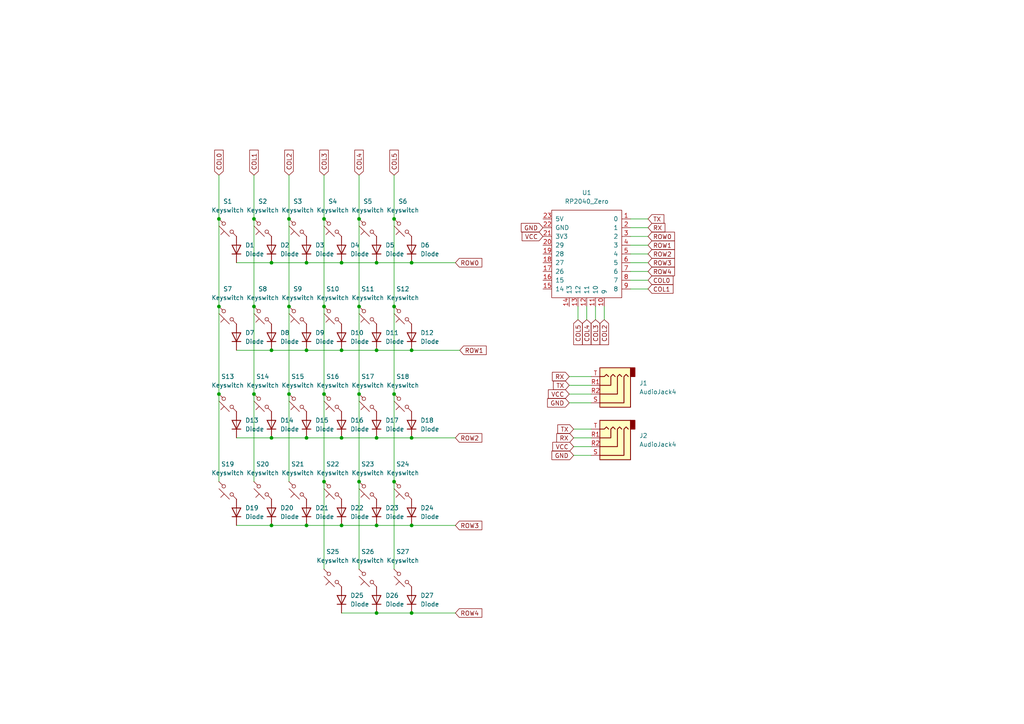
<source format=kicad_sch>
(kicad_sch (version 20231120) (generator "eeschema") (generator_version "8.0")
  (paper "A4")
  (lib_symbols
    (symbol "Connector_Audio:AudioJack4"
      (property "Reference" "J" (at 0 8.89 0))
      (property "Value" "AudioJack4" (at 0 6.35 0))
      (symbol "AudioJack4_0_1"
        (rectangle (start -6.35 -5.08) (end -7.62 -7.62) (stroke (width 0.254)) (fill (type outline)))
        (polyline (pts (xy 0 -5.08) (xy 0.635 -5.715) (xy 1.27 -5.08) (xy 2.54 -5.08)) (stroke (width 0.254)))
        (polyline (pts (xy -5.715 -5.08) (xy -5.08 -5.715) (xy -4.445 -5.08) (xy -4.445 2.54) (xy 2.54 2.54)) (stroke (width 0.254)))
        (polyline (pts (xy -1.905 -5.08) (xy -1.27 -5.715) (xy -0.635 -5.08) (xy -0.635 -2.54) (xy 2.54 -2.54)) (stroke (width 0.254)))
        (polyline (pts (xy 2.54 0) (xy -2.54 0) (xy -2.54 -5.08) (xy -3.175 -5.715) (xy -3.81 -5.08)) (stroke (width 0.254)))
        (rectangle (start 2.54 3.81) (end -6.35 -7.62) (stroke (width 0.254)) (fill (type background)))
      )
      (symbol "AudioJack4_1_1"
        (pin passive line (at 5.08 -2.54 180) (length 2.54) (name "~") (number "R1"))
        (pin passive line (at 5.08 0 180) (length 2.54) (name "~") (number "R2"))
        (pin passive line (at 5.08 2.54 180) (length 2.54) (name "~") (number "S"))
        (pin passive line (at 5.08 -5.08 180) (length 2.54) (name "~") (number "T"))
      )
    )
    (symbol "ScottoKeebs:MCU_RP2040_Zero" (pin_names (offset 1.016))
      (property "Reference" "U" (at 0 15.24 0))
      (property "Value" "RP2040_Zero" (at 0 12.7 0))
      (symbol "MCU_RP2040_Zero_0_1"
        (rectangle (start -10.16 11.43) (end 10.16 -13.97))
      )
      (symbol "MCU_RP2040_Zero_1_1"
        (pin bidirectional line (at 12.7 8.89 180) (length 2.54) (name "0") (number "1"))
        (pin bidirectional line (at 5.08 -16.51 90) (length 2.54) (name "9") (number "10"))
        (pin bidirectional line (at 2.54 -16.51 90) (length 2.54) (name "10") (number "11"))
        (pin bidirectional line (at 0 -16.51 90) (length 2.54) (name "11") (number "12"))
        (pin bidirectional line (at -2.54 -16.51 90) (length 2.54) (name "12") (number "13"))
        (pin bidirectional line (at -5.08 -16.51 90) (length 2.54) (name "13") (number "14"))
        (pin bidirectional line (at -12.7 -11.43 0) (length 2.54) (name "14") (number "15"))
        (pin bidirectional line (at -12.7 -8.89 0) (length 2.54) (name "15") (number "16"))
        (pin bidirectional line (at -12.7 -6.35 0) (length 2.54) (name "26") (number "17"))
        (pin bidirectional line (at -12.7 -3.81 0) (length 2.54) (name "27") (number "18"))
        (pin bidirectional line (at -12.7 -1.27 0) (length 2.54) (name "28") (number "19"))
        (pin bidirectional line (at 12.7 6.35 180) (length 2.54) (name "1") (number "2"))
        (pin bidirectional line (at -12.7 1.27 0) (length 2.54) (name "29") (number "20"))
        (pin power_out line (at -12.7 3.81 0) (length 2.54) (name "3V3") (number "21"))
        (pin power_out line (at -12.7 6.35 0) (length 2.54) (name "GND") (number "22"))
        (pin power_out line (at -12.7 8.89 0) (length 2.54) (name "5V") (number "23"))
        (pin bidirectional line (at 12.7 3.81 180) (length 2.54) (name "2") (number "3"))
        (pin bidirectional line (at 12.7 1.27 180) (length 2.54) (name "3") (number "4"))
        (pin bidirectional line (at 12.7 -1.27 180) (length 2.54) (name "4") (number "5"))
        (pin bidirectional line (at 12.7 -3.81 180) (length 2.54) (name "5") (number "6"))
        (pin bidirectional line (at 12.7 -6.35 180) (length 2.54) (name "6") (number "7"))
        (pin bidirectional line (at 12.7 -8.89 180) (length 2.54) (name "7") (number "8"))
        (pin bidirectional line (at 12.7 -11.43 180) (length 2.54) (name "8") (number "9"))
      )
    )
    (symbol "ScottoKeebs:Placeholder_Diode" (pin_numbers hide) (pin_names hide)
      (property "Reference" "D" (at 0 2.54 0))
      (property "Value" "Diode" (at 0 -2.54 0))
      (symbol "Placeholder_Diode_0_1"
        (polyline (pts (xy -1.27 1.27) (xy -1.27 -1.27)) (stroke (width 0.254)))
        (polyline (pts (xy 1.27 0) (xy -1.27 0)))
        (polyline (pts (xy 1.27 1.27) (xy 1.27 -1.27) (xy -1.27 0) (xy 1.27 1.27)) (stroke (width 0.254)))
      )
      (symbol "Placeholder_Diode_1_1"
        (pin passive line (at -3.81 0 0) (length 2.54) (name "K") (number "1"))
        (pin passive line (at 3.81 0 180) (length 2.54) (name "A") (number "2"))
      )
    )
    (symbol "ScottoKeebs:Placeholder_Keyswitch" (pin_numbers hide) (pin_names (offset 1.016) hide)
      (property "Reference" "S" (at 3.048 1.016 0))
      (property "Value" "Keyswitch" (at 0 -3.81 0))
      (symbol "Placeholder_Keyswitch_0_1"
        (circle (center -1.1684 1.1684) (radius 0.508))
        (polyline (pts (xy -0.508 2.54) (xy 2.54 -0.508)))
        (polyline (pts (xy 1.016 1.016) (xy 2.032 2.032)))
        (polyline (pts (xy -2.54 2.54) (xy -1.524 1.524) (xy -1.524 1.524)))
        (polyline (pts (xy 1.524 -1.524) (xy 2.54 -2.54) (xy 2.54 -2.54) (xy 2.54 -2.54)))
        (circle (center 1.143 -1.1938) (radius 0.508))
        (pin passive line (at -2.54 2.54 0) (length 0) (name "1") (number "1"))
        (pin passive line (at 2.54 -2.54 180) (length 0) (name "2") (number "2"))
      )
    )
  )
  (junction (at 88.9 127))
  (junction (at 114.3 114.3))
  (junction (at 93.98 139.7))
  (junction (at 119.38 127))
  (junction (at 88.9 76.2))
  (junction (at 109.22 101.6))
  (junction (at 63.5 114.3))
  (junction (at 119.38 177.8))
  (junction (at 99.06 76.2))
  (junction (at 99.06 152.4))
  (junction (at 109.22 127))
  (junction (at 93.98 114.3))
  (junction (at 114.3 63.5))
  (junction (at 78.74 101.6))
  (junction (at 99.06 127))
  (junction (at 88.9 152.4))
  (junction (at 109.22 76.2))
  (junction (at 78.74 76.2))
  (junction (at 83.82 114.3))
  (junction (at 109.22 177.8))
  (junction (at 104.14 139.7))
  (junction (at 93.98 88.9))
  (junction (at 104.14 88.9))
  (junction (at 73.66 114.3))
  (junction (at 119.38 152.4))
  (junction (at 78.74 152.4))
  (junction (at 119.38 76.2))
  (junction (at 104.14 114.3))
  (junction (at 114.3 88.9))
  (junction (at 63.5 88.9))
  (junction (at 73.66 88.9))
  (junction (at 109.22 152.4))
  (junction (at 83.82 88.9))
  (junction (at 63.5 63.5))
  (junction (at 73.66 63.5))
  (junction (at 83.82 63.5))
  (junction (at 88.9 101.6))
  (junction (at 93.98 63.5))
  (junction (at 99.06 101.6))
  (junction (at 78.74 127))
  (junction (at 119.38 101.6))
  (junction (at 104.14 63.5))
  (junction (at 114.3 139.7))
  (wire (pts (xy 187.96 66.04) (xy 182.88 66.04)))
  (wire (pts (xy 133.35 101.6) (xy 119.38 101.6)))
  (wire (pts (xy 93.98 114.3) (xy 93.98 139.7)))
  (wire (pts (xy 165.1 116.84) (xy 171.45 116.84)))
  (wire (pts (xy 109.22 177.8) (xy 119.38 177.8)))
  (wire (pts (xy 114.3 88.9) (xy 114.3 114.3)))
  (wire (pts (xy 63.5 63.5) (xy 63.5 88.9)))
  (wire (pts (xy 172.72 92.71) (xy 172.72 88.9)))
  (wire (pts (xy 104.14 63.5) (xy 104.14 88.9)))
  (wire (pts (xy 99.06 177.8) (xy 109.22 177.8)))
  (wire (pts (xy 93.98 88.9) (xy 93.98 114.3)))
  (wire (pts (xy 109.22 152.4) (xy 119.38 152.4)))
  (wire (pts (xy 73.66 88.9) (xy 73.66 114.3)))
  (wire (pts (xy 68.58 152.4) (xy 78.74 152.4)))
  (wire (pts (xy 166.37 132.08) (xy 171.45 132.08)))
  (wire (pts (xy 93.98 63.5) (xy 93.98 88.9)))
  (wire (pts (xy 114.3 139.7) (xy 114.3 165.1)))
  (wire (pts (xy 104.14 88.9) (xy 104.14 114.3)))
  (wire (pts (xy 88.9 127) (xy 99.06 127)))
  (wire (pts (xy 166.37 127) (xy 171.45 127)))
  (wire (pts (xy 88.9 101.6) (xy 99.06 101.6)))
  (wire (pts (xy 187.96 68.58) (xy 182.88 68.58)))
  (wire (pts (xy 109.22 127) (xy 119.38 127)))
  (wire (pts (xy 99.06 101.6) (xy 109.22 101.6)))
  (wire (pts (xy 165.1 111.76) (xy 171.45 111.76)))
  (wire (pts (xy 104.14 114.3) (xy 104.14 139.7)))
  (wire (pts (xy 73.66 114.3) (xy 73.66 139.7)))
  (wire (pts (xy 88.9 152.4) (xy 99.06 152.4)))
  (wire (pts (xy 78.74 152.4) (xy 88.9 152.4)))
  (wire (pts (xy 187.96 81.28) (xy 182.88 81.28)))
  (wire (pts (xy 99.06 76.2) (xy 109.22 76.2)))
  (wire (pts (xy 132.08 177.8) (xy 119.38 177.8)))
  (wire (pts (xy 88.9 76.2) (xy 99.06 76.2)))
  (wire (pts (xy 114.3 63.5) (xy 114.3 88.9)))
  (wire (pts (xy 93.98 139.7) (xy 93.98 165.1)))
  (wire (pts (xy 104.14 139.7) (xy 104.14 165.1)))
  (wire (pts (xy 63.5 50.8) (xy 63.5 63.5)))
  (wire (pts (xy 170.18 92.71) (xy 170.18 88.9)))
  (wire (pts (xy 132.08 152.4) (xy 119.38 152.4)))
  (wire (pts (xy 187.96 63.5) (xy 182.88 63.5)))
  (wire (pts (xy 83.82 63.5) (xy 83.82 88.9)))
  (wire (pts (xy 187.96 83.82) (xy 182.88 83.82)))
  (wire (pts (xy 68.58 101.6) (xy 78.74 101.6)))
  (wire (pts (xy 165.1 109.22) (xy 171.45 109.22)))
  (wire (pts (xy 78.74 127) (xy 88.9 127)))
  (wire (pts (xy 83.82 114.3) (xy 83.82 139.7)))
  (wire (pts (xy 83.82 50.8) (xy 83.82 63.5)))
  (wire (pts (xy 93.98 50.8) (xy 93.98 63.5)))
  (wire (pts (xy 78.74 101.6) (xy 88.9 101.6)))
  (wire (pts (xy 83.82 88.9) (xy 83.82 114.3)))
  (wire (pts (xy 109.22 101.6) (xy 119.38 101.6)))
  (wire (pts (xy 114.3 50.8) (xy 114.3 63.5)))
  (wire (pts (xy 114.3 114.3) (xy 114.3 139.7)))
  (wire (pts (xy 73.66 63.5) (xy 73.66 88.9)))
  (wire (pts (xy 78.74 76.2) (xy 88.9 76.2)))
  (wire (pts (xy 187.96 76.2) (xy 182.88 76.2)))
  (wire (pts (xy 187.96 78.74) (xy 182.88 78.74)))
  (wire (pts (xy 73.66 50.8) (xy 73.66 63.5)))
  (wire (pts (xy 104.14 50.8) (xy 104.14 63.5)))
  (wire (pts (xy 68.58 127) (xy 78.74 127)))
  (wire (pts (xy 109.22 76.2) (xy 119.38 76.2)))
  (wire (pts (xy 167.64 92.71) (xy 167.64 88.9)))
  (wire (pts (xy 165.1 114.3) (xy 171.45 114.3)))
  (wire (pts (xy 175.26 92.71) (xy 175.26 88.9)))
  (wire (pts (xy 63.5 88.9) (xy 63.5 114.3)))
  (wire (pts (xy 99.06 152.4) (xy 109.22 152.4)))
  (wire (pts (xy 99.06 127) (xy 109.22 127)))
  (wire (pts (xy 132.08 127) (xy 119.38 127)))
  (wire (pts (xy 68.58 76.2) (xy 78.74 76.2)))
  (wire (pts (xy 132.08 76.2) (xy 119.38 76.2)))
  (wire (pts (xy 187.96 71.12) (xy 182.88 71.12)))
  (wire (pts (xy 187.96 73.66) (xy 182.88 73.66)))
  (wire (pts (xy 166.37 124.46) (xy 171.45 124.46)))
  (wire (pts (xy 63.5 114.3) (xy 63.5 139.7)))
  (wire (pts (xy 166.37 129.54) (xy 171.45 129.54)))
  (global_label "COL1" (shape input) (at 187.96 83.82 0) (property "Intersheetrefs" "${INTERSHEET_REFS}" (effects (hide yes))))
  (global_label "COL1" (shape input) (at 73.66 50.8 90) (property "Intersheetrefs" "${INTERSHEET_REFS}" (effects (hide yes))))
  (global_label "ROW2" (shape input) (at 187.96 73.66 0) (property "Intersheetrefs" "${INTERSHEET_REFS}" (effects (hide yes))))
  (global_label "VCC" (shape input) (at 157.48 68.58 180) (property "Intersheetrefs" "${INTERSHEET_REFS}" (effects (hide yes))))
  (global_label "COL3" (shape input) (at 172.72 92.71 270) (property "Intersheetrefs" "${INTERSHEET_REFS}" (effects (hide yes))))
  (global_label "TX" (shape input) (at 165.1 111.76 180) (property "Intersheetrefs" "${INTERSHEET_REFS}" (effects (hide yes))))
  (global_label "COL3" (shape input) (at 93.98 50.8 90) (property "Intersheetrefs" "${INTERSHEET_REFS}" (effects (hide yes))))
  (global_label "COL4" (shape input) (at 104.14 50.8 90) (property "Intersheetrefs" "${INTERSHEET_REFS}" (effects (hide yes))))
  (global_label "GND" (shape input) (at 157.48 66.04 180) (property "Intersheetrefs" "${INTERSHEET_REFS}" (effects (hide yes))))
  (global_label "VCC" (shape input) (at 165.1 114.3 180) (property "Intersheetrefs" "${INTERSHEET_REFS}" (effects (hide yes))))
  (global_label "RX" (shape input) (at 165.1 109.22 180) (property "Intersheetrefs" "${INTERSHEET_REFS}" (effects (hide yes))))
  (global_label "COL2" (shape input) (at 83.82 50.8 90) (property "Intersheetrefs" "${INTERSHEET_REFS}" (effects (hide yes))))
  (global_label "COL2" (shape input) (at 175.26 92.71 270) (property "Intersheetrefs" "${INTERSHEET_REFS}" (effects (hide yes))))
  (global_label "GND" (shape input) (at 165.1 116.84 180) (property "Intersheetrefs" "${INTERSHEET_REFS}" (effects (hide yes))))
  (global_label "GND" (shape input) (at 166.37 132.08 180) (property "Intersheetrefs" "${INTERSHEET_REFS}" (effects (hide yes))))
  (global_label "COL4" (shape input) (at 170.18 92.71 270) (property "Intersheetrefs" "${INTERSHEET_REFS}" (effects (hide yes))))
  (global_label "RX" (shape input) (at 166.37 127 180) (property "Intersheetrefs" "${INTERSHEET_REFS}" (effects (hide yes))))
  (global_label "ROW4" (shape input) (at 187.96 78.74 0) (property "Intersheetrefs" "${INTERSHEET_REFS}" (effects (hide yes))))
  (global_label "COL0" (shape input) (at 187.96 81.28 0) (property "Intersheetrefs" "${INTERSHEET_REFS}" (effects (hide yes))))
  (global_label "ROW1" (shape input) (at 133.35 101.6 0) (property "Intersheetrefs" "${INTERSHEET_REFS}" (effects (hide yes))))
  (global_label "COL5" (shape input) (at 167.64 92.71 270) (property "Intersheetrefs" "${INTERSHEET_REFS}" (effects (hide yes))))
  (global_label "TX" (shape input) (at 187.96 63.5 0) (property "Intersheetrefs" "${INTERSHEET_REFS}" (effects (hide yes))))
  (global_label "ROW0" (shape input) (at 132.08 76.2 0) (property "Intersheetrefs" "${INTERSHEET_REFS}" (effects (hide yes))))
  (global_label "ROW1" (shape input) (at 187.96 71.12 0) (property "Intersheetrefs" "${INTERSHEET_REFS}" (effects (hide yes))))
  (global_label "ROW2" (shape input) (at 132.08 127 0) (property "Intersheetrefs" "${INTERSHEET_REFS}" (effects (hide yes))))
  (global_label "ROW3" (shape input) (at 187.96 76.2 0) (property "Intersheetrefs" "${INTERSHEET_REFS}" (effects (hide yes))))
  (global_label "RX" (shape input) (at 187.96 66.04 0) (property "Intersheetrefs" "${INTERSHEET_REFS}" (effects (hide yes))))
  (global_label "ROW4" (shape input) (at 132.08 177.8 0) (property "Intersheetrefs" "${INTERSHEET_REFS}" (effects (hide yes))))
  (global_label "COL0" (shape input) (at 63.5 50.8 90) (property "Intersheetrefs" "${INTERSHEET_REFS}" (effects (hide yes))))
  (global_label "ROW0" (shape input) (at 187.96 68.58 0) (property "Intersheetrefs" "${INTERSHEET_REFS}" (effects (hide yes))))
  (global_label "TX" (shape input) (at 166.37 124.46 180) (property "Intersheetrefs" "${INTERSHEET_REFS}" (effects (hide yes))))
  (global_label "ROW3" (shape input) (at 132.08 152.4 0) (property "Intersheetrefs" "${INTERSHEET_REFS}" (effects (hide yes))))
  (global_label "COL5" (shape input) (at 114.3 50.8 90) (property "Intersheetrefs" "${INTERSHEET_REFS}" (effects (hide yes))))
  (global_label "VCC" (shape input) (at 166.37 129.54 180) (property "Intersheetrefs" "${INTERSHEET_REFS}" (effects (hide yes))))
  (symbol (lib_id "ScottoKeebs:Placeholder_Diode") (at 78.74 72.39 90) (unit 1)
    (property "Reference" "D2" (at 81.28 71.1199 90) (effects (justify right)))
    (property "Value" "Diode" (at 81.28 73.6599 90) (effects (justify right)))
    (property "Footprint" "ScottoKeebs_Components:Diode_DO-35" (effects (hide yes)))
    (property "Description" "1N4148 (DO-35) or 1N4148W (SOD-123)" (effects (hide yes)))
    (property "Sim.Device" "D" (effects (hide yes)))
    (property "Sim.Pins" "1=K 2=A" (effects (hide yes)))
  )
  (symbol (lib_id "ScottoKeebs:Placeholder_Diode") (at 119.38 148.59 90) (unit 1)
    (property "Reference" "D24" (at 121.92 147.3199 90) (effects (justify right)))
    (property "Value" "Diode" (at 121.92 149.8599 90) (effects (justify right)))
    (property "Footprint" "ScottoKeebs_Components:Diode_DO-35" (effects (hide yes)))
    (property "Description" "1N4148 (DO-35) or 1N4148W (SOD-123)" (effects (hide yes)))
    (property "Sim.Device" "D" (effects (hide yes)))
    (property "Sim.Pins" "1=K 2=A" (effects (hide yes)))
  )
  (symbol (lib_id "ScottoKeebs:Placeholder_Diode") (at 109.22 148.59 90) (unit 1)
    (property "Reference" "D23" (at 111.76 147.3199 90) (effects (justify right)))
    (property "Value" "Diode" (at 111.76 149.8599 90) (effects (justify right)))
    (property "Footprint" "ScottoKeebs_Components:Diode_DO-35" (effects (hide yes)))
    (property "Description" "1N4148 (DO-35) or 1N4148W (SOD-123)" (effects (hide yes)))
    (property "Sim.Device" "D" (effects (hide yes)))
    (property "Sim.Pins" "1=K 2=A" (effects (hide yes)))
  )
  (symbol (lib_id "ScottoKeebs:Placeholder_Diode") (at 68.58 97.79 90) (unit 1)
    (property "Reference" "D7" (at 71.12 96.5199 90) (effects (justify right)))
    (property "Value" "Diode" (at 71.12 99.0599 90) (effects (justify right)))
    (property "Footprint" "ScottoKeebs_Components:Diode_DO-35" (effects (hide yes)))
    (property "Description" "1N4148 (DO-35) or 1N4148W (SOD-123)" (effects (hide yes)))
    (property "Sim.Device" "D" (effects (hide yes)))
    (property "Sim.Pins" "1=K 2=A" (effects (hide yes)))
  )
  (symbol (lib_id "ScottoKeebs:Placeholder_Keyswitch") (at 66.04 116.84 180) (unit 1)
    (property "Reference" "S13" (at 66.04 109.22 0))
    (property "Value" "Keyswitch" (at 66.04 111.76 0))
    (property "Footprint" "kbd:CherryMX_MidHeight_Hotswap" (effects (hide yes)))
    (property "Description" "Push button switch, normally open, two pins, 45° tilted" (effects (hide yes)))
  )
  (symbol (lib_id "ScottoKeebs:Placeholder_Diode") (at 78.74 97.79 90) (unit 1)
    (property "Reference" "D8" (at 81.28 96.5199 90) (effects (justify right)))
    (property "Value" "Diode" (at 81.28 99.0599 90) (effects (justify right)))
    (property "Footprint" "ScottoKeebs_Components:Diode_DO-35" (effects (hide yes)))
    (property "Description" "1N4148 (DO-35) or 1N4148W (SOD-123)" (effects (hide yes)))
    (property "Sim.Device" "D" (effects (hide yes)))
    (property "Sim.Pins" "1=K 2=A" (effects (hide yes)))
  )
  (symbol (lib_id "ScottoKeebs:Placeholder_Keyswitch") (at 116.84 116.84 180) (unit 1)
    (property "Reference" "S18" (at 116.84 109.22 0))
    (property "Value" "Keyswitch" (at 116.84 111.76 0))
    (property "Footprint" "kbd:CherryMX_MidHeight_Hotswap" (effects (hide yes)))
    (property "Description" "Push button switch, normally open, two pins, 45° tilted" (effects (hide yes)))
  )
  (symbol (lib_id "ScottoKeebs:Placeholder_Diode") (at 68.58 72.39 90) (unit 1)
    (property "Reference" "D1" (at 71.12 71.1199 90) (effects (justify right)))
    (property "Value" "Diode" (at 71.12 73.6599 90) (effects (justify right)))
    (property "Footprint" "ScottoKeebs_Components:Diode_DO-35" (effects (hide yes)))
    (property "Description" "1N4148 (DO-35) or 1N4148W (SOD-123)" (effects (hide yes)))
    (property "Sim.Device" "D" (effects (hide yes)))
    (property "Sim.Pins" "1=K 2=A" (effects (hide yes)))
  )
  (symbol (lib_id "ScottoKeebs:Placeholder_Diode") (at 99.06 123.19 90) (unit 1)
    (property "Reference" "D16" (at 101.6 121.9199 90) (effects (justify right)))
    (property "Value" "Diode" (at 101.6 124.4599 90) (effects (justify right)))
    (property "Footprint" "ScottoKeebs_Components:Diode_DO-35" (effects (hide yes)))
    (property "Description" "1N4148 (DO-35) or 1N4148W (SOD-123)" (effects (hide yes)))
    (property "Sim.Device" "D" (effects (hide yes)))
    (property "Sim.Pins" "1=K 2=A" (effects (hide yes)))
  )
  (symbol (lib_id "ScottoKeebs:Placeholder_Keyswitch") (at 106.68 66.04 180) (unit 1)
    (property "Reference" "S5" (at 106.68 58.42 0))
    (property "Value" "Keyswitch" (at 106.68 60.96 0))
    (property "Footprint" "kbd:CherryMX_MidHeight_Hotswap" (effects (hide yes)))
    (property "Description" "Push button switch, normally open, two pins, 45° tilted" (effects (hide yes)))
  )
  (symbol (lib_id "ScottoKeebs:Placeholder_Keyswitch") (at 106.68 167.64 180) (unit 1)
    (property "Reference" "S26" (at 106.68 160.02 0))
    (property "Value" "Keyswitch" (at 106.68 162.56 0))
    (property "Footprint" "kbd:CherryMX_MidHeight_Hotswap" (effects (hide yes)))
    (property "Description" "Push button switch, normally open, two pins, 45° tilted" (effects (hide yes)))
  )
  (symbol (lib_id "ScottoKeebs:Placeholder_Keyswitch") (at 106.68 91.44 180) (unit 1)
    (property "Reference" "S11" (at 106.68 83.82 0))
    (property "Value" "Keyswitch" (at 106.68 86.36 0))
    (property "Footprint" "kbd:CherryMX_MidHeight_Hotswap" (effects (hide yes)))
    (property "Description" "Push button switch, normally open, two pins, 45° tilted" (effects (hide yes)))
  )
  (symbol (lib_id "ScottoKeebs:Placeholder_Diode") (at 119.38 97.79 90) (unit 1)
    (property "Reference" "D12" (at 121.92 96.5199 90) (effects (justify right)))
    (property "Value" "Diode" (at 121.92 99.0599 90) (effects (justify right)))
    (property "Footprint" "ScottoKeebs_Components:Diode_DO-35" (effects (hide yes)))
    (property "Description" "1N4148 (DO-35) or 1N4148W (SOD-123)" (effects (hide yes)))
    (property "Sim.Device" "D" (effects (hide yes)))
    (property "Sim.Pins" "1=K 2=A" (effects (hide yes)))
  )
  (symbol (lib_id "ScottoKeebs:Placeholder_Keyswitch") (at 96.52 66.04 180) (unit 1)
    (property "Reference" "S4" (at 96.52 58.42 0))
    (property "Value" "Keyswitch" (at 96.52 60.96 0))
    (property "Footprint" "kbd:CherryMX_MidHeight_Hotswap" (effects (hide yes)))
    (property "Description" "Push button switch, normally open, two pins, 45° tilted" (effects (hide yes)))
  )
  (symbol (lib_id "ScottoKeebs:Placeholder_Keyswitch") (at 66.04 66.04 180) (unit 1)
    (property "Reference" "S1" (at 66.04 58.42 0))
    (property "Value" "Keyswitch" (at 66.04 60.96 0))
    (property "Footprint" "kbd:CherryMX_MidHeight_Hotswap" (effects (hide yes)))
    (property "Description" "Push button switch, normally open, two pins, 45° tilted" (effects (hide yes)))
  )
  (symbol (lib_id "ScottoKeebs:Placeholder_Keyswitch") (at 116.84 142.24 180) (unit 1)
    (property "Reference" "S24" (at 116.84 134.62 0))
    (property "Value" "Keyswitch" (at 116.84 137.16 0))
    (property "Footprint" "kbd:CherryMX_MidHeight_Hotswap" (effects (hide yes)))
    (property "Description" "Push button switch, normally open, two pins, 45° tilted" (effects (hide yes)))
  )
  (symbol (lib_id "ScottoKeebs:Placeholder_Diode") (at 88.9 97.79 90) (unit 1)
    (property "Reference" "D9" (at 91.44 96.5199 90) (effects (justify right)))
    (property "Value" "Diode" (at 91.44 99.0599 90) (effects (justify right)))
    (property "Footprint" "ScottoKeebs_Components:Diode_DO-35" (effects (hide yes)))
    (property "Description" "1N4148 (DO-35) or 1N4148W (SOD-123)" (effects (hide yes)))
    (property "Sim.Device" "D" (effects (hide yes)))
    (property "Sim.Pins" "1=K 2=A" (effects (hide yes)))
  )
  (symbol (lib_id "ScottoKeebs:Placeholder_Diode") (at 109.22 72.39 90) (unit 1)
    (property "Reference" "D5" (at 111.76 71.1199 90) (effects (justify right)))
    (property "Value" "Diode" (at 111.76 73.6599 90) (effects (justify right)))
    (property "Footprint" "ScottoKeebs_Components:Diode_DO-35" (effects (hide yes)))
    (property "Description" "1N4148 (DO-35) or 1N4148W (SOD-123)" (effects (hide yes)))
    (property "Sim.Device" "D" (effects (hide yes)))
    (property "Sim.Pins" "1=K 2=A" (effects (hide yes)))
  )
  (symbol (lib_id "ScottoKeebs:Placeholder_Keyswitch") (at 106.68 142.24 180) (unit 1)
    (property "Reference" "S23" (at 106.68 134.62 0))
    (property "Value" "Keyswitch" (at 106.68 137.16 0))
    (property "Footprint" "kbd:CherryMX_MidHeight_Hotswap" (effects (hide yes)))
    (property "Description" "Push button switch, normally open, two pins, 45° tilted" (effects (hide yes)))
  )
  (symbol (lib_id "ScottoKeebs:Placeholder_Diode") (at 109.22 173.99 90) (unit 1)
    (property "Reference" "D26" (at 111.76 172.7199 90) (effects (justify right)))
    (property "Value" "Diode" (at 111.76 175.2599 90) (effects (justify right)))
    (property "Footprint" "ScottoKeebs_Components:Diode_DO-35" (effects (hide yes)))
    (property "Description" "1N4148 (DO-35) or 1N4148W (SOD-123)" (effects (hide yes)))
    (property "Sim.Device" "D" (effects (hide yes)))
    (property "Sim.Pins" "1=K 2=A" (effects (hide yes)))
  )
  (symbol (lib_id "ScottoKeebs:Placeholder_Diode") (at 68.58 148.59 90) (unit 1)
    (property "Reference" "D19" (at 71.12 147.3199 90) (effects (justify right)))
    (property "Value" "Diode" (at 71.12 149.8599 90) (effects (justify right)))
    (property "Footprint" "ScottoKeebs_Components:Diode_DO-35" (effects (hide yes)))
    (property "Description" "1N4148 (DO-35) or 1N4148W (SOD-123)" (effects (hide yes)))
    (property "Sim.Device" "D" (effects (hide yes)))
    (property "Sim.Pins" "1=K 2=A" (effects (hide yes)))
  )
  (symbol (lib_id "ScottoKeebs:Placeholder_Keyswitch") (at 66.04 91.44 180) (unit 1)
    (property "Reference" "S7" (at 66.04 83.82 0))
    (property "Value" "Keyswitch" (at 66.04 86.36 0))
    (property "Footprint" "kbd:CherryMX_MidHeight_Hotswap" (effects (hide yes)))
    (property "Description" "Push button switch, normally open, two pins, 45° tilted" (effects (hide yes)))
  )
  (symbol (lib_id "ScottoKeebs:MCU_RP2040_Zero") (at 170.18 72.39 0) (unit 1)
    (property "Reference" "U1" (at 170.18 55.88 0))
    (property "Value" "RP2040_Zero" (at 170.18 58.42 0))
    (property "Footprint" "ScottoKeebs_MCU:RP2040_Zero" (effects (hide yes)))
  )
  (symbol (lib_id "ScottoKeebs:Placeholder_Diode") (at 99.06 72.39 90) (unit 1)
    (property "Reference" "D4" (at 101.6 71.1199 90) (effects (justify right)))
    (property "Value" "Diode" (at 101.6 73.6599 90) (effects (justify right)))
    (property "Footprint" "ScottoKeebs_Components:Diode_DO-35" (effects (hide yes)))
    (property "Description" "1N4148 (DO-35) or 1N4148W (SOD-123)" (effects (hide yes)))
    (property "Sim.Device" "D" (effects (hide yes)))
    (property "Sim.Pins" "1=K 2=A" (effects (hide yes)))
  )
  (symbol (lib_id "ScottoKeebs:Placeholder_Keyswitch") (at 76.2 142.24 180) (unit 1)
    (property "Reference" "S20" (at 76.2 134.62 0))
    (property "Value" "Keyswitch" (at 76.2 137.16 0))
    (property "Footprint" "kbd:CherryMX_MidHeight_Hotswap" (effects (hide yes)))
    (property "Description" "Push button switch, normally open, two pins, 45° tilted" (effects (hide yes)))
  )
  (symbol (lib_id "ScottoKeebs:Placeholder_Keyswitch") (at 76.2 116.84 180) (unit 1)
    (property "Reference" "S14" (at 76.2 109.22 0))
    (property "Value" "Keyswitch" (at 76.2 111.76 0))
    (property "Footprint" "kbd:CherryMX_MidHeight_Hotswap" (effects (hide yes)))
    (property "Description" "Push button switch, normally open, two pins, 45° tilted" (effects (hide yes)))
  )
  (symbol (lib_id "ScottoKeebs:Placeholder_Diode") (at 119.38 173.99 90) (unit 1)
    (property "Reference" "D27" (at 121.92 172.7199 90) (effects (justify right)))
    (property "Value" "Diode" (at 121.92 175.2599 90) (effects (justify right)))
    (property "Footprint" "ScottoKeebs_Components:Diode_DO-35" (effects (hide yes)))
    (property "Description" "1N4148 (DO-35) or 1N4148W (SOD-123)" (effects (hide yes)))
    (property "Sim.Device" "D" (effects (hide yes)))
    (property "Sim.Pins" "1=K 2=A" (effects (hide yes)))
  )
  (symbol (lib_id "ScottoKeebs:Placeholder_Keyswitch") (at 86.36 91.44 180) (unit 1)
    (property "Reference" "S9" (at 86.36 83.82 0))
    (property "Value" "Keyswitch" (at 86.36 86.36 0))
    (property "Footprint" "kbd:CherryMX_MidHeight_Hotswap" (effects (hide yes)))
    (property "Description" "Push button switch, normally open, two pins, 45° tilted" (effects (hide yes)))
  )
  (symbol (lib_id "ScottoKeebs:Placeholder_Keyswitch") (at 86.36 66.04 180) (unit 1)
    (property "Reference" "S3" (at 86.36 58.42 0))
    (property "Value" "Keyswitch" (at 86.36 60.96 0))
    (property "Footprint" "kbd:CherryMX_MidHeight_Hotswap" (effects (hide yes)))
    (property "Description" "Push button switch, normally open, two pins, 45° tilted" (effects (hide yes)))
  )
  (symbol (lib_id "ScottoKeebs:Placeholder_Diode") (at 109.22 97.79 90) (unit 1)
    (property "Reference" "D11" (at 111.76 96.5199 90) (effects (justify right)))
    (property "Value" "Diode" (at 111.76 99.0599 90) (effects (justify right)))
    (property "Footprint" "ScottoKeebs_Components:Diode_DO-35" (effects (hide yes)))
    (property "Description" "1N4148 (DO-35) or 1N4148W (SOD-123)" (effects (hide yes)))
    (property "Sim.Device" "D" (effects (hide yes)))
    (property "Sim.Pins" "1=K 2=A" (effects (hide yes)))
  )
  (symbol (lib_id "ScottoKeebs:Placeholder_Keyswitch") (at 106.68 116.84 180) (unit 1)
    (property "Reference" "S17" (at 106.68 109.22 0))
    (property "Value" "Keyswitch" (at 106.68 111.76 0))
    (property "Footprint" "kbd:CherryMX_MidHeight_Hotswap" (effects (hide yes)))
    (property "Description" "Push button switch, normally open, two pins, 45° tilted" (effects (hide yes)))
  )
  (symbol (lib_id "ScottoKeebs:Placeholder_Diode") (at 78.74 148.59 90) (unit 1)
    (property "Reference" "D20" (at 81.28 147.3199 90) (effects (justify right)))
    (property "Value" "Diode" (at 81.28 149.8599 90) (effects (justify right)))
    (property "Footprint" "ScottoKeebs_Components:Diode_DO-35" (effects (hide yes)))
    (property "Description" "1N4148 (DO-35) or 1N4148W (SOD-123)" (effects (hide yes)))
    (property "Sim.Device" "D" (effects (hide yes)))
    (property "Sim.Pins" "1=K 2=A" (effects (hide yes)))
  )
  (symbol (lib_id "ScottoKeebs:Placeholder_Keyswitch") (at 96.52 167.64 180) (unit 1)
    (property "Reference" "S25" (at 96.52 160.02 0))
    (property "Value" "Keyswitch" (at 96.52 162.56 0))
    (property "Footprint" "kbd:CherryMX_MidHeight_Hotswap" (effects (hide yes)))
    (property "Description" "Push button switch, normally open, two pins, 45° tilted" (effects (hide yes)))
  )
  (symbol (lib_id "Connector_Audio:AudioJack4") (at 176.53 129.54 180) (unit 1)
    (property "Reference" "J2" (at 185.42 126.3649 0) (effects (justify right)))
    (property "Value" "AudioJack4" (at 185.42 128.9049 0) (effects (justify right)))
    (property "Footprint" "Connector_Audio:Jack_3.5mm_PJ320D_Horizontal" (effects (hide yes)))
    (property "Description" "Audio Jack, 4 Poles (TRRS)" (effects (hide yes)))
  )
  (symbol (lib_id "ScottoKeebs:Placeholder_Keyswitch") (at 86.36 116.84 180) (unit 1)
    (property "Reference" "S15" (at 86.36 109.22 0))
    (property "Value" "Keyswitch" (at 86.36 111.76 0))
    (property "Footprint" "kbd:CherryMX_MidHeight_Hotswap" (effects (hide yes)))
    (property "Description" "Push button switch, normally open, two pins, 45° tilted" (effects (hide yes)))
  )
  (symbol (lib_id "ScottoKeebs:Placeholder_Keyswitch") (at 96.52 142.24 180) (unit 1)
    (property "Reference" "S22" (at 96.52 134.62 0))
    (property "Value" "Keyswitch" (at 96.52 137.16 0))
    (property "Footprint" "kbd:CherryMX_MidHeight_Hotswap" (effects (hide yes)))
    (property "Description" "Push button switch, normally open, two pins, 45° tilted" (effects (hide yes)))
  )
  (symbol (lib_id "ScottoKeebs:Placeholder_Diode") (at 68.58 123.19 90) (unit 1)
    (property "Reference" "D13" (at 71.12 121.9199 90) (effects (justify right)))
    (property "Value" "Diode" (at 71.12 124.4599 90) (effects (justify right)))
    (property "Footprint" "ScottoKeebs_Components:Diode_DO-35" (effects (hide yes)))
    (property "Description" "1N4148 (DO-35) or 1N4148W (SOD-123)" (effects (hide yes)))
    (property "Sim.Device" "D" (effects (hide yes)))
    (property "Sim.Pins" "1=K 2=A" (effects (hide yes)))
  )
  (symbol (lib_id "ScottoKeebs:Placeholder_Diode") (at 78.74 123.19 90) (unit 1)
    (property "Reference" "D14" (at 81.28 121.9199 90) (effects (justify right)))
    (property "Value" "Diode" (at 81.28 124.4599 90) (effects (justify right)))
    (property "Footprint" "ScottoKeebs_Components:Diode_DO-35" (effects (hide yes)))
    (property "Description" "1N4148 (DO-35) or 1N4148W (SOD-123)" (effects (hide yes)))
    (property "Sim.Device" "D" (effects (hide yes)))
    (property "Sim.Pins" "1=K 2=A" (effects (hide yes)))
  )
  (symbol (lib_id "ScottoKeebs:Placeholder_Keyswitch") (at 96.52 91.44 180) (unit 1)
    (property "Reference" "S10" (at 96.52 83.82 0))
    (property "Value" "Keyswitch" (at 96.52 86.36 0))
    (property "Footprint" "kbd:CherryMX_MidHeight_Hotswap" (effects (hide yes)))
    (property "Description" "Push button switch, normally open, two pins, 45° tilted" (effects (hide yes)))
  )
  (symbol (lib_id "ScottoKeebs:Placeholder_Diode") (at 99.06 148.59 90) (unit 1)
    (property "Reference" "D22" (at 101.6 147.3199 90) (effects (justify right)))
    (property "Value" "Diode" (at 101.6 149.8599 90) (effects (justify right)))
    (property "Footprint" "ScottoKeebs_Components:Diode_DO-35" (effects (hide yes)))
    (property "Description" "1N4148 (DO-35) or 1N4148W (SOD-123)" (effects (hide yes)))
    (property "Sim.Device" "D" (effects (hide yes)))
    (property "Sim.Pins" "1=K 2=A" (effects (hide yes)))
  )
  (symbol (lib_id "ScottoKeebs:Placeholder_Keyswitch") (at 116.84 66.04 180) (unit 1)
    (property "Reference" "S6" (at 116.84 58.42 0))
    (property "Value" "Keyswitch" (at 116.84 60.96 0))
    (property "Footprint" "kbd:CherryMX_MidHeight_Hotswap" (effects (hide yes)))
    (property "Description" "Push button switch, normally open, two pins, 45° tilted" (effects (hide yes)))
  )
  (symbol (lib_id "ScottoKeebs:Placeholder_Diode") (at 88.9 148.59 90) (unit 1)
    (property "Reference" "D21" (at 91.44 147.3199 90) (effects (justify right)))
    (property "Value" "Diode" (at 91.44 149.8599 90) (effects (justify right)))
    (property "Footprint" "ScottoKeebs_Components:Diode_DO-35" (effects (hide yes)))
    (property "Description" "1N4148 (DO-35) or 1N4148W (SOD-123)" (effects (hide yes)))
    (property "Sim.Device" "D" (effects (hide yes)))
    (property "Sim.Pins" "1=K 2=A" (effects (hide yes)))
  )
  (symbol (lib_id "ScottoKeebs:Placeholder_Diode") (at 119.38 72.39 90) (unit 1)
    (property "Reference" "D6" (at 121.92 71.1199 90) (effects (justify right)))
    (property "Value" "Diode" (at 121.92 73.6599 90) (effects (justify right)))
    (property "Footprint" "ScottoKeebs_Components:Diode_DO-35" (effects (hide yes)))
    (property "Description" "1N4148 (DO-35) or 1N4148W (SOD-123)" (effects (hide yes)))
    (property "Sim.Device" "D" (effects (hide yes)))
    (property "Sim.Pins" "1=K 2=A" (effects (hide yes)))
  )
  (symbol (lib_id "ScottoKeebs:Placeholder_Keyswitch") (at 76.2 91.44 180) (unit 1)
    (property "Reference" "S8" (at 76.2 83.82 0))
    (property "Value" "Keyswitch" (at 76.2 86.36 0))
    (property "Footprint" "kbd:CherryMX_MidHeight_Hotswap" (effects (hide yes)))
    (property "Description" "Push button switch, normally open, two pins, 45° tilted" (effects (hide yes)))
  )
  (symbol (lib_id "ScottoKeebs:Placeholder_Diode") (at 88.9 123.19 90) (unit 1)
    (property "Reference" "D15" (at 91.44 121.9199 90) (effects (justify right)))
    (property "Value" "Diode" (at 91.44 124.4599 90) (effects (justify right)))
    (property "Footprint" "ScottoKeebs_Components:Diode_DO-35" (effects (hide yes)))
    (property "Description" "1N4148 (DO-35) or 1N4148W (SOD-123)" (effects (hide yes)))
    (property "Sim.Device" "D" (effects (hide yes)))
    (property "Sim.Pins" "1=K 2=A" (effects (hide yes)))
  )
  (symbol (lib_id "ScottoKeebs:Placeholder_Diode") (at 99.06 173.99 90) (unit 1)
    (property "Reference" "D25" (at 101.6 172.7199 90) (effects (justify right)))
    (property "Value" "Diode" (at 101.6 175.2599 90) (effects (justify right)))
    (property "Footprint" "ScottoKeebs_Components:Diode_DO-35" (effects (hide yes)))
    (property "Description" "1N4148 (DO-35) or 1N4148W (SOD-123)" (effects (hide yes)))
    (property "Sim.Device" "D" (effects (hide yes)))
    (property "Sim.Pins" "1=K 2=A" (effects (hide yes)))
  )
  (symbol (lib_id "ScottoKeebs:Placeholder_Diode") (at 119.38 123.19 90) (unit 1)
    (property "Reference" "D18" (at 121.92 121.9199 90) (effects (justify right)))
    (property "Value" "Diode" (at 121.92 124.4599 90) (effects (justify right)))
    (property "Footprint" "ScottoKeebs_Components:Diode_DO-35" (effects (hide yes)))
    (property "Description" "1N4148 (DO-35) or 1N4148W (SOD-123)" (effects (hide yes)))
    (property "Sim.Device" "D" (effects (hide yes)))
    (property "Sim.Pins" "1=K 2=A" (effects (hide yes)))
  )
  (symbol (lib_id "ScottoKeebs:Placeholder_Keyswitch") (at 116.84 167.64 180) (unit 1)
    (property "Reference" "S27" (at 116.84 160.02 0))
    (property "Value" "Keyswitch" (at 116.84 162.56 0))
    (property "Footprint" "kbd:CherryMX_MidHeight_Hotswap" (effects (hide yes)))
    (property "Description" "Push button switch, normally open, two pins, 45° tilted" (effects (hide yes)))
  )
  (symbol (lib_id "ScottoKeebs:Placeholder_Diode") (at 109.22 123.19 90) (unit 1)
    (property "Reference" "D17" (at 111.76 121.9199 90) (effects (justify right)))
    (property "Value" "Diode" (at 111.76 124.4599 90) (effects (justify right)))
    (property "Footprint" "ScottoKeebs_Components:Diode_DO-35" (effects (hide yes)))
    (property "Description" "1N4148 (DO-35) or 1N4148W (SOD-123)" (effects (hide yes)))
    (property "Sim.Device" "D" (effects (hide yes)))
    (property "Sim.Pins" "1=K 2=A" (effects (hide yes)))
  )
  (symbol (lib_id "ScottoKeebs:Placeholder_Keyswitch") (at 96.52 116.84 180) (unit 1)
    (property "Reference" "S16" (at 96.52 109.22 0))
    (property "Value" "Keyswitch" (at 96.52 111.76 0))
    (property "Footprint" "kbd:CherryMX_MidHeight_Hotswap" (effects (hide yes)))
    (property "Description" "Push button switch, normally open, two pins, 45° tilted" (effects (hide yes)))
  )
  (symbol (lib_id "Connector_Audio:AudioJack4") (at 176.53 114.3 180) (unit 1)
    (property "Reference" "J1" (at 185.42 111.1249 0) (effects (justify right)))
    (property "Value" "AudioJack4" (at 185.42 113.6649 0) (effects (justify right)))
    (property "Footprint" "Connector_Audio:Jack_3.5mm_PJ320D_Horizontal" (effects (hide yes)))
    (property "Description" "Audio Jack, 4 Poles (TRRS)" (effects (hide yes)))
  )
  (symbol (lib_id "ScottoKeebs:Placeholder_Keyswitch") (at 66.04 142.24 180) (unit 1)
    (property "Reference" "S19" (at 66.04 134.62 0))
    (property "Value" "Keyswitch" (at 66.04 137.16 0))
    (property "Footprint" "kbd:CherryMX_MidHeight_Hotswap" (effects (hide yes)))
    (property "Description" "Push button switch, normally open, two pins, 45° tilted" (effects (hide yes)))
  )
  (symbol (lib_id "ScottoKeebs:Placeholder_Diode") (at 88.9 72.39 90) (unit 1)
    (property "Reference" "D3" (at 91.44 71.1199 90) (effects (justify right)))
    (property "Value" "Diode" (at 91.44 73.6599 90) (effects (justify right)))
    (property "Footprint" "ScottoKeebs_Components:Diode_DO-35" (effects (hide yes)))
    (property "Description" "1N4148 (DO-35) or 1N4148W (SOD-123)" (effects (hide yes)))
    (property "Sim.Device" "D" (effects (hide yes)))
    (property "Sim.Pins" "1=K 2=A" (effects (hide yes)))
  )
  (symbol (lib_id "ScottoKeebs:Placeholder_Keyswitch") (at 76.2 66.04 180) (unit 1)
    (property "Reference" "S2" (at 76.2 58.42 0))
    (property "Value" "Keyswitch" (at 76.2 60.96 0))
    (property "Footprint" "kbd:CherryMX_MidHeight_Hotswap" (effects (hide yes)))
    (property "Description" "Push button switch, normally open, two pins, 45° tilted" (effects (hide yes)))
  )
  (symbol (lib_id "ScottoKeebs:Placeholder_Keyswitch") (at 86.36 142.24 180) (unit 1)
    (property "Reference" "S21" (at 86.36 134.62 0))
    (property "Value" "Keyswitch" (at 86.36 137.16 0))
    (property "Footprint" "kbd:CherryMX_MidHeight_Hotswap" (effects (hide yes)))
    (property "Description" "Push button switch, normally open, two pins, 45° tilted" (effects (hide yes)))
  )
  (symbol (lib_id "ScottoKeebs:Placeholder_Keyswitch") (at 116.84 91.44 180) (unit 1)
    (property "Reference" "S12" (at 116.84 83.82 0))
    (property "Value" "Keyswitch" (at 116.84 86.36 0))
    (property "Footprint" "kbd:CherryMX_MidHeight_Hotswap" (effects (hide yes)))
    (property "Description" "Push button switch, normally open, two pins, 45° tilted" (effects (hide yes)))
  )
  (symbol (lib_id "ScottoKeebs:Placeholder_Diode") (at 99.06 97.79 90) (unit 1)
    (property "Reference" "D10" (at 101.6 96.5199 90) (effects (justify right)))
    (property "Value" "Diode" (at 101.6 99.0599 90) (effects (justify right)))
    (property "Footprint" "ScottoKeebs_Components:Diode_DO-35" (effects (hide yes)))
    (property "Description" "1N4148 (DO-35) or 1N4148W (SOD-123)" (effects (hide yes)))
    (property "Sim.Device" "D" (effects (hide yes)))
    (property "Sim.Pins" "1=K 2=A" (effects (hide yes)))
  )
)
</source>
